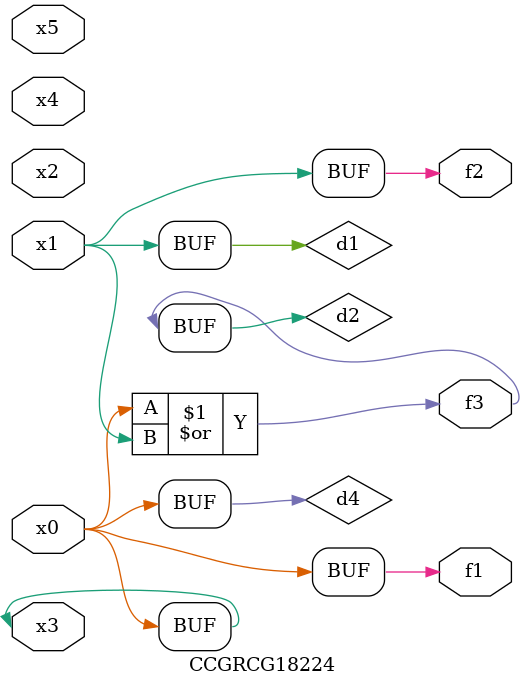
<source format=v>
module CCGRCG18224(
	input x0, x1, x2, x3, x4, x5,
	output f1, f2, f3
);

	wire d1, d2, d3, d4;

	and (d1, x1);
	or (d2, x0, x1);
	nand (d3, x0, x5);
	buf (d4, x0, x3);
	assign f1 = d4;
	assign f2 = d1;
	assign f3 = d2;
endmodule

</source>
